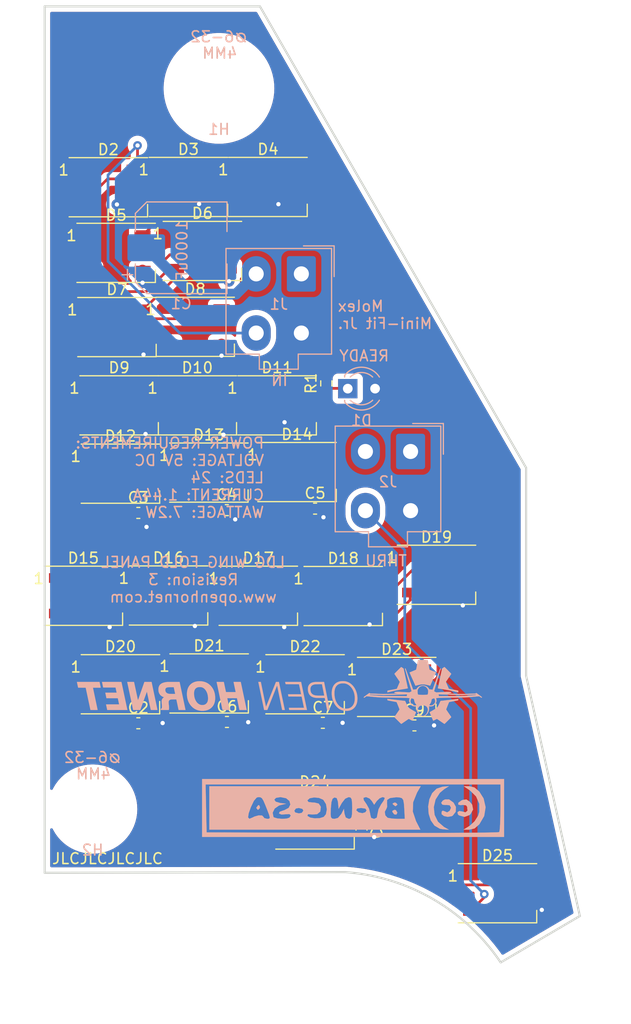
<source format=kicad_pcb>
(kicad_pcb (version 20211014) (generator pcbnew)
  (title_block (title "LDG WING FOLD PLACARD") (date "2023-02-10") (rev "3"))
  (layers (0 "F.Cu" signal) (31 "B.Cu" signal) (34 "B.Paste" user) (35 "F.Paste" user) (36 "B.SilkS" user "B.Silkscreen") (37 "F.SilkS" user "F.Silkscreen") (38 "B.Mask" user) (39 "F.Mask" user) (44 "Edge.Cuts" user))
  (net 0 "")
  (net 1 "/LEDGND")
  (net 2 "/LED+5V")
  (net 3 "Net-(D1-Pad1)")
  (net 4 "Net-(D2-Pad2)")
  (net 5 "/DATAIN")
  (net 6 "Net-(D3-Pad2)")
  (net 7 "Net-(D4-Pad2)")
  (net 8 "Net-(D5-Pad2)")
  (net 9 "Net-(D6-Pad2)")
  (net 10 "Net-(D7-Pad2)")
  (net 11 "Net-(D8-Pad2)")
  (net 12 "Net-(D10-Pad4)")
  (net 13 "Net-(D10-Pad2)")
  (net 14 "Net-(D11-Pad2)")
  (net 15 "/DATAOUT")
  (net 16 "Net-(D12-Pad2)")
  (net 17 "Net-(D13-Pad2)")
  (net 18 "Net-(D14-Pad2)")
  (net 19 "Net-(D15-Pad2)")
  (net 20 "Net-(D16-Pad2)")
  (net 21 "Net-(D17-Pad2)")
  (net 22 "Net-(D18-Pad2)")
  (net 23 "Net-(D19-Pad2)")
  (net 24 "Net-(D20-Pad2)")
  (net 25 "Net-(D21-Pad2)")
  (net 26 "Net-(D22-Pad2)")
  (net 27 "Net-(D23-Pad2)")
  (net 28 "Net-(D24-Pad2)")
  (footprint "OH_Footprints:C_0603_1608Metric" (layer "F.Cu") (at 156.5375 88)
    (fp_text reference "C2" (at 0 -1.43) (layer "F.SilkS"))
    (fp_text value "C")
    (pad "1" smd roundrect (at -0.775 0) (size 0.9 0.95) (layers "F.Cu" "F.Paste" "F.Mask") (net 2 "/LED+5V"))
    (pad "2" smd roundrect (at 0.775 0) (size 0.9 0.95) (layers "F.Cu" "F.Paste" "F.Mask") (net 1 "/LEDGND"))
  )
  (footprint "OH_Footprints:C_0603_1608Metric" (layer "F.Cu") (at 156.5375 68.45)
    (fp_text reference "C3" (at 0 -1.43) (layer "F.SilkS"))
    (fp_text value "C")
    (pad "1" smd roundrect (at -0.775 0) (size 0.9 0.95) (layers "F.Cu" "F.Paste" "F.Mask") (net 2 "/LED+5V"))
    (pad "2" smd roundrect (at 0.775 0) (size 0.9 0.95) (layers "F.Cu" "F.Paste" "F.Mask") (net 1 "/LEDGND"))
  )
  (footprint "OH_Footprints:C_0603_1608Metric" (layer "F.Cu") (at 164.7725 68.19)
    (fp_text reference "C4" (at 0 -1.43) (layer "F.SilkS"))
    (fp_text value "C")
    (pad "1" smd roundrect (at -0.775 0) (size 0.9 0.95) (layers "F.Cu" "F.Paste" "F.Mask") (net 2 "/LED+5V"))
    (pad "2" smd roundrect (at 0.775 0) (size 0.9 0.95) (layers "F.Cu" "F.Paste" "F.Mask") (net 1 "/LEDGND"))
  )
  (footprint "OH_Footprints:C_0603_1608Metric" (layer "F.Cu") (at 172.9825 68.05)
    (fp_text reference "C5" (at 0 -1.43) (layer "F.SilkS"))
    (fp_text value "C")
    (pad "1" smd roundrect (at -0.775 0) (size 0.9 0.95) (layers "F.Cu" "F.Paste" "F.Mask") (net 2 "/LED+5V"))
    (pad "2" smd roundrect (at 0.775 0) (size 0.9 0.95) (layers "F.Cu" "F.Paste" "F.Mask") (net 1 "/LEDGND"))
  )
  (footprint "OH_Footprints:C_0603_1608Metric" (layer "F.Cu") (at 164.7825 87.88)
    (fp_text reference "C6" (at 0 -1.43) (layer "F.SilkS"))
    (fp_text value "C")
    (pad "1" smd roundrect (at -0.775 0) (size 0.9 0.95) (layers "F.Cu" "F.Paste" "F.Mask") (net 2 "/LED+5V"))
    (pad "2" smd roundrect (at 0.775 0) (size 0.9 0.95) (layers "F.Cu" "F.Paste" "F.Mask") (net 1 "/LEDGND"))
  )
  (footprint "OH_Footprints:C_0603_1608Metric" (layer "F.Cu") (at 173.7025 87.96)
    (fp_text reference "C7" (at 0 -1.43) (layer "F.SilkS"))
    (fp_text value "C")
    (pad "1" smd roundrect (at -0.775 0) (size 0.9 0.95) (layers "F.Cu" "F.Paste" "F.Mask") (net 2 "/LED+5V"))
    (pad "2" smd roundrect (at 0.775 0) (size 0.9 0.95) (layers "F.Cu" "F.Paste" "F.Mask") (net 1 "/LEDGND"))
  )
  (footprint "OH_Footprints:C_0603_1608Metric" (layer "F.Cu") (at 177.3 97.79 -90)
    (fp_text reference "C8" (at 0 -1.43 -90) (layer "F.SilkS"))
    (fp_text value "C")
    (pad "1" smd roundrect (at -0.775 0 270) (size 0.9 0.95) (layers "F.Cu" "F.Paste" "F.Mask") (net 2 "/LED+5V"))
    (pad "2" smd roundrect (at 0.775 0 270) (size 0.9 0.95) (layers "F.Cu" "F.Paste" "F.Mask") (net 1 "/LEDGND"))
  )
  (footprint "OH_Footprints:C_0603_1608Metric" (layer "F.Cu") (at 182.2225 88.2)
    (fp_text reference "C9" (at 0 -1.43) (layer "F.SilkS"))
    (fp_text value "C")
    (pad "1" smd roundrect (at -0.775 0) (size 0.9 0.95) (layers "F.Cu" "F.Paste" "F.Mask") (net 2 "/LED+5V"))
    (pad "2" smd roundrect (at 0.775 0) (size 0.9 0.95) (layers "F.Cu" "F.Paste" "F.Mask") (net 1 "/LEDGND"))
  )
  (footprint "OH_Footprints:LED_WS2812B_PLCC4_5.0x5.0mm_P3.2mm" (layer "F.Cu") (at 153.75 38.175)
    (fp_text reference "D2" (at 0 -3.5) (layer "F.SilkS"))
    (fp_text value "WS2812B")
    (fp_text user "1" (at -4.15 -1.6) (layer "F.SilkS"))
    (pad "1" smd rect (at -2.45 -1.65) (size 1.5 0.9) (layers "F.Cu" "F.Paste" "F.Mask") (net 2 "/LED+5V"))
    (pad "2" smd rect (at -2.45 1.65) (size 1.5 0.9) (layers "F.Cu" "F.Paste" "F.Mask") (net 4 "Net-(D2-Pad2)"))
    (pad "3" smd rect (at 2.45 1.65) (size 1.5 0.9) (layers "F.Cu" "F.Paste" "F.Mask") (net 1 "/LEDGND"))
    (pad "4" smd rect (at 2.45 -1.65) (size 1.5 0.9) (layers "F.Cu" "F.Paste" "F.Mask") (net 5 "/DATAIN"))
  )
  (footprint "OH_Footprints:LED_WS2812B_PLCC4_5.0x5.0mm_P3.2mm" (layer "F.Cu") (at 161.2 38.15)
    (fp_text reference "D3" (at 0 -3.5) (layer "F.SilkS"))
    (fp_text value "WS2812B")
    (fp_text user "1" (at -4.15 -1.6) (layer "F.SilkS"))
    (pad "1" smd rect (at -2.45 -1.65) (size 1.5 0.9) (layers "F.Cu" "F.Paste" "F.Mask") (net 2 "/LED+5V"))
    (pad "2" smd rect (at -2.45 1.65) (size 1.5 0.9) (layers "F.Cu" "F.Paste" "F.Mask") (net 6 "Net-(D3-Pad2)"))
    (pad "3" smd rect (at 2.45 1.65) (size 1.5 0.9) (layers "F.Cu" "F.Paste" "F.Mask") (net 1 "/LEDGND"))
    (pad "4" smd rect (at 2.45 -1.65) (size 1.5 0.9) (layers "F.Cu" "F.Paste" "F.Mask") (net 4 "Net-(D2-Pad2)"))
  )
  (footprint "OH_Footprints:LED_WS2812B_PLCC4_5.0x5.0mm_P3.2mm" (layer "F.Cu") (at 168.6 38.15)
    (fp_text reference "D4" (at 0 -3.5) (layer "F.SilkS"))
    (fp_text value "WS2812B")
    (fp_text user "1" (at -4.15 -1.6) (layer "F.SilkS"))
    (pad "1" smd rect (at -2.45 -1.65) (size 1.5 0.9) (layers "F.Cu" "F.Paste" "F.Mask") (net 2 "/LED+5V"))
    (pad "2" smd rect (at -2.45 1.65) (size 1.5 0.9) (layers "F.Cu" "F.Paste" "F.Mask") (net 7 "Net-(D4-Pad2)"))
    (pad "3" smd rect (at 2.45 1.65) (size 1.5 0.9) (layers "F.Cu" "F.Paste" "F.Mask") (net 1 "/LEDGND"))
    (pad "4" smd rect (at 2.45 -1.65) (size 1.5 0.9) (layers "F.Cu" "F.Paste" "F.Mask") (net 6 "Net-(D3-Pad2)"))
  )
  (footprint "OH_Footprints:LED_WS2812B_PLCC4_5.0x5.0mm_P3.2mm" (layer "F.Cu") (at 154.475 44.275)
    (fp_text reference "D5" (at 0 -3.5) (layer "F.SilkS"))
    (fp_text value "WS2812B")
    (fp_text user "1" (at -4.15 -1.6) (layer "F.SilkS"))
    (pad "1" smd rect (at -2.45 -1.65) (size 1.5 0.9) (layers "F.Cu" "F.Paste" "F.Mask") (net 2 "/LED+5V"))
    (pad "2" smd rect (at -2.45 1.65) (size 1.5 0.9) (layers "F.Cu" "F.Paste" "F.Mask") (net 8 "Net-(D5-Pad2)"))
    (pad "3" smd rect (at 2.45 1.65) (size 1.5 0.9) (layers "F.Cu" "F.Paste" "F.Mask") (net 1 "/LEDGND"))
    (pad "4" smd rect (at 2.45 -1.65) (size 1.5 0.9) (layers "F.Cu" "F.Paste" "F.Mask") (net 7 "Net-(D4-Pad2)"))
  )
  (footprint "OH_Footprints:LED_WS2812B_PLCC4_5.0x5.0mm_P3.2mm" (layer "F.Cu") (at 162.5 44.1)
    (fp_text reference "D6" (at 0 -3.5) (layer "F.SilkS"))
    (fp_text value "WS2812B")
    (fp_text user "1" (at -4.15 -1.6) (layer "F.SilkS"))
    (pad "1" smd rect (at -2.45 -1.65) (size 1.5 0.9) (layers "F.Cu" "F.Paste" "F.Mask") (net 2 "/LED+5V"))
    (pad "2" smd rect (at -2.45 1.65) (size 1.5 0.9) (layers "F.Cu" "F.Paste" "F.Mask") (net 9 "Net-(D6-Pad2)"))
    (pad "3" smd rect (at 2.45 1.65) (size 1.5 0.9) (layers "F.Cu" "F.Paste" "F.Mask") (net 1 "/LEDGND"))
    (pad "4" smd rect (at 2.45 -1.65) (size 1.5 0.9) (layers "F.Cu" "F.Paste" "F.Mask") (net 8 "Net-(D5-Pad2)"))
  )
  (footprint "OH_Footprints:LED_WS2812B_PLCC4_5.0x5.0mm_P3.2mm" (layer "F.Cu") (at 154.55 51.175)
    (fp_text reference "D7" (at 0 -3.5) (layer "F.SilkS"))
    (fp_text value "WS2812B")
    (fp_text user "1" (at -4.15 -1.6) (layer "F.SilkS"))
    (pad "1" smd rect (at -2.45 -1.65) (size 1.5 0.9) (layers "F.Cu" "F.Paste" "F.Mask") (net 2 "/LED+5V"))
    (pad "2" smd rect (at -2.45 1.65) (size 1.5 0.9) (layers "F.Cu" "F.Paste" "F.Mask") (net 10 "Net-(D7-Pad2)"))
    (pad "3" smd rect (at 2.45 1.65) (size 1.5 0.9) (layers "F.Cu" "F.Paste" "F.Mask") (net 1 "/LEDGND"))
    (pad "4" smd rect (at 2.45 -1.65) (size 1.5 0.9) (layers "F.Cu" "F.Paste" "F.Mask") (net 9 "Net-(D6-Pad2)"))
  )
  (footprint "OH_Footprints:LED_WS2812B_PLCC4_5.0x5.0mm_P3.2mm" (layer "F.Cu") (at 161.825 51.15)
    (fp_text reference "D8" (at 0 -3.5) (layer "F.SilkS"))
    (fp_text value "WS2812B")
    (fp_text user "1" (at -4.15 -1.6) (layer "F.SilkS"))
    (pad "1" smd rect (at -2.45 -1.65) (size 1.5 0.9) (layers "F.Cu" "F.Paste" "F.Mask") (net 2 "/LED+5V"))
    (pad "2" smd rect (at -2.45 1.65) (size 1.5 0.9) (layers "F.Cu" "F.Paste" "F.Mask") (net 11 "Net-(D8-Pad2)"))
    (pad "3" smd rect (at 2.45 1.65) (size 1.5 0.9) (layers "F.Cu" "F.Paste" "F.Mask") (net 1 "/LEDGND"))
    (pad "4" smd rect (at 2.45 -1.65) (size 1.5 0.9) (layers "F.Cu" "F.Paste" "F.Mask") (net 10 "Net-(D7-Pad2)"))
  )
  (footprint "OH_Footprints:LED_WS2812B_PLCC4_5.0x5.0mm_P3.2mm" (layer "F.Cu") (at 154.75 58.45)
    (fp_text reference "D9" (at 0 -3.5) (layer "F.SilkS"))
    (fp_text value "WS2812B")
    (fp_text user "1" (at -4.15 -1.6) (layer "F.SilkS"))
    (pad "1" smd rect (at -2.45 -1.65) (size 1.5 0.9) (layers "F.Cu" "F.Paste" "F.Mask") (net 2 "/LED+5V"))
    (pad "2" smd rect (at -2.45 1.65) (size 1.5 0.9) (layers "F.Cu" "F.Paste" "F.Mask") (net 12 "Net-(D10-Pad4)"))
    (pad "3" smd rect (at 2.45 1.65) (size 1.5 0.9) (layers "F.Cu" "F.Paste" "F.Mask") (net 1 "/LEDGND"))
    (pad "4" smd rect (at 2.45 -1.65) (size 1.5 0.9) (layers "F.Cu" "F.Paste" "F.Mask") (net 11 "Net-(D8-Pad2)"))
  )
  (footprint "OH_Footprints:LED_WS2812B_PLCC4_5.0x5.0mm_P3.2mm" (layer "F.Cu") (at 162.025 58.45)
    (fp_text reference "D10" (at 0 -3.5) (layer "F.SilkS"))
    (fp_text value "WS2812B")
    (fp_text user "1" (at -4.15 -1.6) (layer "F.SilkS"))
    (pad "1" smd rect (at -2.45 -1.65) (size 1.5 0.9) (layers "F.Cu" "F.Paste" "F.Mask") (net 2 "/LED+5V"))
    (pad "2" smd rect (at -2.45 1.65) (size 1.5 0.9) (layers "F.Cu" "F.Paste" "F.Mask") (net 13 "Net-(D10-Pad2)"))
    (pad "3" smd rect (at 2.45 1.65) (size 1.5 0.9) (layers "F.Cu" "F.Paste" "F.Mask") (net 1 "/LEDGND"))
    (pad "4" smd rect (at 2.45 -1.65) (size 1.5 0.9) (layers "F.Cu" "F.Paste" "F.Mask") (net 12 "Net-(D10-Pad4)"))
  )
  (footprint "OH_Footprints:LED_WS2812B_PLCC4_5.0x5.0mm_P3.2mm" (layer "F.Cu") (at 169.45 58.45)
    (fp_text reference "D11" (at 0 -3.5) (layer "F.SilkS"))
    (fp_text value "WS2812B")
    (fp_text user "1" (at -4.15 -1.6) (layer "F.SilkS"))
    (pad "1" smd rect (at -2.45 -1.65) (size 1.5 0.9) (layers "F.Cu" "F.Paste" "F.Mask") (net 2 "/LED+5V"))
    (pad "2" smd rect (at -2.45 1.65) (size 1.5 0.9) (layers "F.Cu" "F.Paste" "F.Mask") (net 14 "Net-(D11-Pad2)"))
    (pad "3" smd rect (at 2.45 1.65) (size 1.5 0.9) (layers "F.Cu" "F.Paste" "F.Mask") (net 1 "/LEDGND"))
    (pad "4" smd rect (at 2.45 -1.65) (size 1.5 0.9) (layers "F.Cu" "F.Paste" "F.Mask") (net 13 "Net-(D10-Pad2)"))
  )
  (footprint "OH_Footprints:LED_WS2812B_PLCC4_5.0x5.0mm_P3.2mm" (layer "F.Cu") (at 154.875 64.8)
    (fp_text reference "D12" (at 0 -3.5) (layer "F.SilkS"))
    (fp_text value "WS2812B")
    (fp_text user "1" (at -4.15 -1.6) (layer "F.SilkS"))
    (pad "1" smd rect (at -2.45 -1.65) (size 1.5 0.9) (layers "F.Cu" "F.Paste" "F.Mask") (net 2 "/LED+5V"))
    (pad "2" smd rect (at -2.45 1.65) (size 1.5 0.9) (layers "F.Cu" "F.Paste" "F.Mask") (net 16 "Net-(D12-Pad2)"))
    (pad "3" smd rect (at 2.45 1.65) (size 1.5 0.9) (layers "F.Cu" "F.Paste" "F.Mask") (net 1 "/LEDGND"))
    (pad "4" smd rect (at 2.45 -1.65) (size 1.5 0.9) (layers "F.Cu" "F.Paste" "F.Mask") (net 14 "Net-(D11-Pad2)"))
  )
  (footprint "OH_Footprints:R_0603_1608Metric" (layer "F.Cu") (at 174.03 56.4075 90)
    (fp_text reference "R1" (at 0 -1.43 90) (layer "F.SilkS"))
    (fp_text value "R")
    (pad "1" smd roundrect (at -0.825 0 90) (size 0.8 0.95) (layers "F.Cu" "F.Paste" "F.Mask") (net 3 "Net-(D1-Pad1)"))
    (pad "2" smd roundrect (at 0.825 0 90) (size 0.8 0.95) (layers "F.Cu" "F.Paste" "F.Mask") (net 2 "/LED+5V"))
  )
  (footprint "OH_Footprints:LED_WS2812B_PLCC4_5.0x5.0mm_P3.2mm" (layer "F.Cu") (at 163.1 64.7)
    (fp_text reference "D13" (at 0 -3.5) (layer "F.SilkS"))
    (fp_text value "WS2812B")
    (fp_text user "1" (at -4.15 -1.6) (layer "F.SilkS"))
    (pad "1" smd rect (at -2.45 -1.65) (size 1.5 0.9) (layers "F.Cu" "F.Paste" "F.Mask") (net 2 "/LED+5V"))
    (pad "2" smd rect (at -2.45 1.65) (size 1.5 0.9) (layers "F.Cu" "F.Paste" "F.Mask") (net 17 "Net-(D13-Pad2)"))
    (pad "3" smd rect (at 2.45 1.65) (size 1.5 0.9) (layers "F.Cu" "F.Paste" "F.Mask") (net 1 "/LEDGND"))
    (pad "4" smd rect (at 2.45 -1.65) (size 1.5 0.9) (layers "F.Cu" "F.Paste" "F.Mask") (net 16 "Net-(D12-Pad2)"))
  )
  (footprint "OH_Footprints:LED_WS2812B_PLCC4_5.0x5.0mm_P3.2mm" (layer "F.Cu") (at 171.3 64.65)
    (fp_text reference "D14" (at 0 -3.5) (layer "F.SilkS"))
    (fp_text value "WS2812B")
    (fp_text user "1" (at -4.15 -1.6) (layer "F.SilkS"))
    (pad "1" smd rect (at -2.45 -1.65) (size 1.5 0.9) (layers "F.Cu" "F.Paste" "F.Mask") (net 2 "/LED+5V"))
    (pad "2" smd rect (at -2.45 1.65) (size 1.5 0.9) (layers "F.Cu" "F.Paste" "F.Mask") (net 18 "Net-(D14-Pad2)"))
    (pad "3" smd rect (at 2.45 1.65) (size 1.5 0.9) (layers "F.Cu" "F.Paste" "F.Mask") (net 1 "/LEDGND"))
    (pad "4" smd rect (at 2.45 -1.65) (size 1.5 0.9) (layers "F.Cu" "F.Paste" "F.Mask") (net 17 "Net-(D13-Pad2)"))
  )
  (footprint "OH_Footprints:LED_WS2812B_PLCC4_5.0x5.0mm_P3.2mm" (layer "F.Cu") (at 151.425 76.15)
    (fp_text reference "D15" (at 0 -3.5) (layer "F.SilkS"))
    (fp_text value "WS2812B")
    (fp_text user "1" (at -4.15 -1.6) (layer "F.SilkS"))
    (pad "1" smd rect (at -2.45 -1.65) (size 1.5 0.9) (layers "F.Cu" "F.Paste" "F.Mask") (net 2 "/LED+5V"))
    (pad "2" smd rect (at -2.45 1.65) (size 1.5 0.9) (layers "F.Cu" "F.Paste" "F.Mask") (net 19 "Net-(D15-Pad2)"))
    (pad "3" smd rect (at 2.45 1.65) (size 1.5 0.9) (layers "F.Cu" "F.Paste" "F.Mask") (net 1 "/LEDGND"))
    (pad "4" smd rect (at 2.45 -1.65) (size 1.5 0.9) (layers "F.Cu" "F.Paste" "F.Mask") (net 18 "Net-(D14-Pad2)"))
  )
  (footprint "OH_Footprints:LED_WS2812B_PLCC4_5.0x5.0mm_P3.2mm" (layer "F.Cu") (at 159.35 76.125)
    (fp_text reference "D16" (at 0 -3.5) (layer "F.SilkS"))
    (fp_text value "WS2812B")
    (fp_text user "1" (at -4.15 -1.6) (layer "F.SilkS"))
    (pad "1" smd rect (at -2.45 -1.65) (size 1.5 0.9) (layers "F.Cu" "F.Paste" "F.Mask") (net 2 "/LED+5V"))
    (pad "2" smd rect (at -2.45 1.65) (size 1.5 0.9) (layers "F.Cu" "F.Paste" "F.Mask") (net 20 "Net-(D16-Pad2)"))
    (pad "3" smd rect (at 2.45 1.65) (size 1.5 0.9) (layers "F.Cu" "F.Paste" "F.Mask") (net 1 "/LEDGND"))
    (pad "4" smd rect (at 2.45 -1.65) (size 1.5 0.9) (layers "F.Cu" "F.Paste" "F.Mask") (net 19 "Net-(D15-Pad2)"))
  )
  (footprint "OH_Footprints:LED_WS2812B_PLCC4_5.0x5.0mm_P3.2mm" (layer "F.Cu") (at 167.7 76.15)
    (fp_text reference "D17" (at 0 -3.5) (layer "F.SilkS"))
    (fp_text value "WS2812B")
    (fp_text user "1" (at -4.15 -1.6) (layer "F.SilkS"))
    (pad "1" smd rect (at -2.45 -1.65) (size 1.5 0.9) (layers "F.Cu" "F.Paste" "F.Mask") (net 2 "/LED+5V"))
    (pad "2" smd rect (at -2.45 1.65) (size 1.5 0.9) (layers "F.Cu" "F.Paste" "F.Mask") (net 21 "Net-(D17-Pad2)"))
    (pad "3" smd rect (at 2.45 1.65) (size 1.5 0.9) (layers "F.Cu" "F.Paste" "F.Mask") (net 1 "/LEDGND"))
    (pad "4" smd rect (at 2.45 -1.65) (size 1.5 0.9) (layers "F.Cu" "F.Paste" "F.Mask") (net 20 "Net-(D16-Pad2)"))
  )
  (footprint "OH_Footprints:LED_WS2812B_PLCC4_5.0x5.0mm_P3.2mm" (layer "F.Cu") (at 175.6 76.175)
    (fp_text reference "D18" (at 0 -3.5) (layer "F.SilkS"))
    (fp_text value "WS2812B")
    (fp_text user "1" (at -4.15 -1.6) (layer "F.SilkS"))
    (pad "1" smd rect (at -2.45 -1.65) (size 1.5 0.9) (layers "F.Cu" "F.Paste" "F.Mask") (net 2 "/LED+5V"))
    (pad "2" smd rect (at -2.45 1.65) (size 1.5 0.9) (layers "F.Cu" "F.Paste" "F.Mask") (net 22 "Net-(D18-Pad2)"))
    (pad "3" smd rect (at 2.45 1.65) (size 1.5 0.9) (layers "F.Cu" "F.Paste" "F.Mask") (net 1 "/LEDGND"))
    (pad "4" smd rect (at 2.45 -1.65) (size 1.5 0.9) (layers "F.Cu" "F.Paste" "F.Mask") (net 21 "Net-(D17-Pad2)"))
  )
  (footprint "OH_Footprints:LED_WS2812B_PLCC4_5.0x5.0mm_P3.2mm" (layer "F.Cu") (at 184.275 74.2)
    (fp_text reference "D19" (at 0 -3.5) (layer "F.SilkS"))
    (fp_text value "WS2812B")
    (fp_text user "1" (at -4.15 -1.6) (layer "F.SilkS"))
    (pad "1" smd rect (at -2.45 -1.65) (size 1.5 0.9) (layers "F.Cu" "F.Paste" "F.Mask") (net 2 "/LED+5V"))
    (pad "2" smd rect (at -2.45 1.65) (size 1.5 0.9) (layers "F.Cu" "F.Paste" "F.Mask") (net 23 "Net-(D19-Pad2)"))
    (pad "3" smd rect (at 2.45 1.65) (size 1.5 0.9) (layers "F.Cu" "F.Paste" "F.Mask") (net 1 "/LEDGND"))
    (pad "4" smd rect (at 2.45 -1.65) (size 1.5 0.9) (layers "F.Cu" "F.Paste" "F.Mask") (net 22 "Net-(D18-Pad2)"))
  )
  (footprint "OH_Footprints:LED_WS2812B_PLCC4_5.0x5.0mm_P3.2mm" (layer "F.Cu") (at 154.875 84.375)
    (fp_text reference "D20" (at 0 -3.5) (layer "F.SilkS"))
    (fp_text value "WS2812B")
    (fp_text user "1" (at -4.15 -1.6) (layer "F.SilkS"))
    (pad "1" smd rect (at -2.45 -1.65) (size 1.5 0.9) (layers "F.Cu" "F.Paste" "F.Mask") (net 2 "/LED+5V"))
    (pad "2" smd rect (at -2.45 1.65) (size 1.5 0.9) (layers "F.Cu" "F.Paste" "F.Mask") (net 24 "Net-(D20-Pad2)"))
    (pad "3" smd rect (at 2.45 1.65) (size 1.5 0.9) (layers "F.Cu" "F.Paste" "F.Mask") (net 1 "/LEDGND"))
    (pad "4" smd rect (at 2.45 -1.65) (size 1.5 0.9) (layers "F.Cu" "F.Paste" "F.Mask") (net 23 "Net-(D19-Pad2)"))
  )
  (footprint "OH_Footprints:LED_WS2812B_PLCC4_5.0x5.0mm_P3.2mm" (layer "F.Cu") (at 163.125 84.3)
    (fp_text reference "D21" (at 0 -3.5) (layer "F.SilkS"))
    (fp_text value "WS2812B")
    (fp_text user "1" (at -4.15 -1.6) (layer "F.SilkS"))
    (pad "1" smd rect (at -2.45 -1.65) (size 1.5 0.9) (layers "F.Cu" "F.Paste" "F.Mask") (net 2 "/LED+5V"))
    (pad "2" smd rect (at -2.45 1.65) (size 1.5 0.9) (layers "F.Cu" "F.Paste" "F.Mask") (net 25 "Net-(D21-Pad2)"))
    (pad "3" smd rect (at 2.45 1.65) (size 1.5 0.9) (layers "F.Cu" "F.Paste" "F.Mask") (net 1 "/LEDGND"))
    (pad "4" smd rect (at 2.45 -1.65) (size 1.5 0.9) (layers "F.Cu" "F.Paste" "F.Mask") (net 24 "Net-(D20-Pad2)"))
  )
  (footprint "OH_Footprints:LED_WS2812B_PLCC4_5.0x5.0mm_P3.2mm" (layer "F.Cu") (at 172.05 84.375)
    (fp_text reference "D22" (at 0 -3.5) (layer "F.SilkS"))
    (fp_text value "WS2812B")
    (fp_text user "1" (at -4.15 -1.6) (layer "F.SilkS"))
    (pad "1" smd rect (at -2.45 -1.65) (size 1.5 0.9) (layers "F.Cu" "F.Paste" "F.Mask") (net 2 "/LED+5V"))
    (pad "2" smd rect (at -2.45 1.65) (size 1.5 0.9) (layers "F.Cu" "F.Paste" "F.Mask") (net 26 "Net-(D22-Pad2)"))
    (pad "3" smd rect (at 2.45 1.65) (size 1.5 0.9) (layers "F.Cu" "F.Paste" "F.Mask") (net 1 "/LEDGND"))
    (pad "4" smd rect (at 2.45 -1.65) (size 1.5 0.9) (layers "F.Cu" "F.Paste" "F.Mask") (net 25 "Net-(D21-Pad2)"))
  )
  (footprint "OH_Footprints:LED_WS2812B_PLCC4_5.0x5.0mm_P3.2mm" (layer "F.Cu") (at 189.95 103.8)
    (fp_text reference "D25" (at 0 -3.5) (layer "F.SilkS"))
    (fp_text value "WS2812B")
    (fp_text user "1" (at -4.15 -1.6) (layer "F.SilkS"))
    (pad "1" smd rect (at -2.45 -1.65) (size 1.5 0.9) (layers "F.Cu" "F.Paste" "F.Mask") (net 2 "/LED+5V"))
    (pad "2" smd rect (at -2.45 1.65) (size 1.5 0.9) (layers "F.Cu" "F.Paste" "F.Mask") (net 15 "/DATAOUT"))
    (pad "3" smd rect (at 2.45 1.65) (size 1.5 0.9) (layers "F.Cu" "F.Paste" "F.Mask") (net 1 "/LEDGND"))
    (pad "4" smd rect (at 2.45 -1.65) (size 1.5 0.9) (layers "F.Cu" "F.Paste" "F.Mask") (net 28 "Net-(D24-Pad2)"))
  )
  (footprint "OH_Footprints:LED_WS2812B_PLCC4_5.0x5.0mm_P3.2mm" (layer "F.Cu") (at 180.575 84.625)
    (fp_text reference "D23" (at 0 -3.5) (layer "F.SilkS"))
    (fp_text value "WS2812B")
    (fp_text user "1" (at -4.15 -1.6) (layer "F.SilkS"))
    (pad "1" smd rect (at -2.45 -1.65) (size 1.5 0.9) (layers "F.Cu" "F.Paste" "F.Mask") (net 2 "/LED+5V"))
    (pad "2" smd rect (at -2.45 1.65) (size 1.5 0.9) (layers "F.Cu" "F.Paste" "F.Mask") (net 27 "Net-(D23-Pad2)"))
    (pad "3" smd rect (at 2.45 1.65) (size 1.5 0.9) (layers "F.Cu" "F.Paste" "F.Mask") (net 1 "/LEDGND"))
    (pad "4" smd rect (at 2.45 -1.65) (size 1.5 0.9) (layers "F.Cu" "F.Paste" "F.Mask") (net 26 "Net-(D22-Pad2)"))
  )
  (footprint "OH_Footprints:LED_WS2812B_PLCC4_5.0x5.0mm_P3.2mm" (layer "F.Cu") (at 172.975 96.95)
    (fp_text reference "D24" (at 0 -3.5) (layer "F.SilkS"))
    (fp_text value "WS2812B")
    (fp_text user "1" (at -4.15 -1.6) (layer "F.SilkS"))
    (pad "1" smd rect (at -2.45 -1.65) (size 1.5 0.9) (layers "F.Cu" "F.Paste" "F.Mask") (net 2 "/LED+5V"))
    (pad "2" smd rect (at -2.45 1.65) (size 1.5 0.9) (layers "F.Cu" "F.Paste" "F.Mask") (net 28 "Net-(D24-Pad2)"))
    (pad "3" smd rect (at 2.45 1.65) (size 1.5 0.9) (layers "F.Cu" "F.Paste" "F.Mask") (net 1 "/LEDGND"))
    (pad "4" smd rect (at 2.45 -1.65) (size 1.5 0.9) (layers "F.Cu" "F.Paste" "F.Mask") (net 27 "Net-(D23-Pad2)"))
  )
  (footprint "OH_Backlighting:OH_Panel_6-32_PHS" (layer "F.Cu") (at 152.291948 95.977061)
    (fp_text reference "REF**" hide)
    (fp_text value "OH_Panel_Fastner_Keepout" hide)
    (fp_text user "4MM" (at 0.075 -3.275 180) (layer "B.SilkS") (effects (justify mirror)))
    (fp_text user "⌀6-32" (at 0 -4.8) (layer "B.SilkS") (effects (justify mirror)))
    (fp_text user "H2" (at 0 3.81) (layer "B.SilkS") (effects (justify mirror)))
    (pad "" np_thru_hole circle locked (at 0 0) (size 4.3 4.3) (drill 4.3) (layers *.Cu *.Mask) (clearance 2))
  )
  (footprint "OH_Backlighting:OH_Panel_6-32_PHS" (layer "F.Cu") (at 164.039448 28.984561)
    (fp_text reference "REF**" hide)
    (fp_text value "OH_Panel_Fastner_Keepout" hide)
    (fp_text user "H1" (at 0 3.81) (layer "B.SilkS") (effects (justify mirror)))
    (fp_text user "⌀6-32" (at 0 -4.8) (layer "B.SilkS") (effects (justify mirror)))
    (fp_text user "4MM" (at 0.075 -3.275 180) (layer "B.SilkS") (effects (justify mirror)))
    (pad "" np_thru_hole circle locked (at 0 0) (size 4.3 4.3) (drill 4.3) (layers *.Cu *.Mask) (clearance 3))
  )
  (footprint "OH_Footprints:CP_Elec_8x10" (layer "B.Cu") (at 160.525 43.8)
    (fp_text reference "C1" (at 0 5.2 180) (layer "B.SilkS") (effects (justify mirror)))
    (fp_text value "C_Polarized")
    (pad "1" smd roundrect (at -3.25 0) (size 3.5 2.5) (layers "B.Cu" "B.Paste" "B.Mask") (roundrect_rratio 0.1) (net 2 "/LED+5V"))
    (pad "2" smd roundrect (at 3.25 0) (size 3.5 2.5) (layers "B.Cu" "B.Paste" "B.Mask") (roundrect_rratio 0.1) (net 1 "/LEDGND"))
  )
  (footprint "OH_Footprints:LED_D3.0mm" (layer "B.Cu") (at 176.022 56.896)
    (fp_text reference "D1" (at 1.27 2.96 180) (layer "B.SilkS") (effects (justify mirror)))
    (fp_text value "LED")
    (pad "1" thru_hole rect (at 0 0) (size 1.8 1.8) (drill 0.9) (layers *.Cu *.Mask) (net 3 "Net-(D1-Pad1)"))
    (pad "2" thru_hole circle (at 2.54 0) (size 1.8 1.8) (drill 0.9) (layers *.Cu *.Mask) (net 1 "/LEDGND"))
  )
  (footprint "OH_Footprints:Molex_Mini-Fit_Jr_5566-04A_2x02_P4.20mm_Vertical" (layer "B.Cu") (at 171.704 46.228 180)
    (fp_text reference "J1" (at 2.1 -2.820624) (layer "B.SilkS") (effects (justify mirror)))
    (fp_text value "Conn_01x04_Female")
    (pad "1" thru_hole roundrect (at 0 0 180) (size 2.7 3.3) (drill 1.4) (layers *.Cu *.Mask) (roundrect_rratio 0.09259296296) (net 2 "/LED+5V"))
    (pad "2" thru_hole oval (at 4.2 0 180) (size 2.7 3.3) (drill 1.4) (layers *.Cu *.Mask) (net 2 "/LED+5V"))
    (pad "3" thru_hole oval (at 0 -5.5 180) (size 2.7 3.3) (drill 1.4) (layers *.Cu *.Mask) (net 1 "/LEDGND"))
    (pad "4" thru_hole oval (at 4.2 -5.5 180) (size 2.7 3.3) (drill 1.4) (layers *.Cu *.Mask) (net 5 "/DATAIN"))
  )
  (footprint "OH_Footprints:Molex_Mini-Fit_Jr_5566-04A_2x02_P4.20mm_Vertical" (layer "B.Cu") (at 181.864 62.738 180)
    (fp_text reference "J2" (at 2.1 -2.820624) (layer "B.SilkS") (effects (justify mirror)))
    (fp_text value "Conn_01x04_Female")
    (pad "1" thru_hole roundrect (at 0 0 180) (size 2.7 3.3) (drill 1.4) (layers *.Cu *.Mask) (roundrect_rratio 0.09259296296) (net 2 "/LED+5V"))
    (pad "2" thru_hole oval (at 4.2 0 180) (size 2.7 3.3) (drill 1.4) (layers *.Cu *.Mask) (net 2 "/LED+5V"))
    (pad "3" thru_hole oval (at 0 -5.5 180) (size 2.7 3.3) (drill 1.4) (layers *.Cu *.Mask) (net 1 "/LEDGND"))
    (pad "4" thru_hole oval (at 4.2 -5.5 180) (size 2.7 3.3) (drill 1.4) (layers *.Cu *.Mask) (net 15 "/DATAOUT"))
  )
  (footprint "OH_General:CC-BY-NC-SA-Small" (layer "B.Cu") (at 176.6 95.875 180)
    (fp_text reference "G***" hide)
    (fp_text value "LOGO" hide)
  )
  (footprint "OH_General:OH_LOGO_37.7mm_5.9mm" (layer "B.Cu") (at 169.672 85.09 180)
    (fp_text reference "G***" hide)
    (fp_text value "LOGO" hide)
  )
  (gr_line (start 147.828 101.901758) (end 175.768006 101.837421) (layer "Edge.Cuts") (width 0.2))
  (gr_line (start 192.614486 83.594538) (end 192.614486 64.258791) (layer "Edge.Cuts") (width 0.2))
  (gr_line (start 167.849472 21.364547) (end 147.828 21.364547) (layer "Edge.Cuts") (width 0.2))
  (gr_line (start 190.246 110.236) (end 197.612 105.918) (layer "Edge.Cuts") (width 0.2))
  (gr_line (start 197.612 105.918) (end 192.614486 83.594538) (layer "Edge.Cuts") (width 0.2))
  (gr_line (start 147.828 21.364547) (end 147.828 101.901758) (layer "Edge.Cuts") (width 0.2))
  (gr_arc (start 175.768006 101.837421) (mid 183.978791 104.361481) (end 190.246 110.236) (layer "Edge.Cuts") (width 0.2))
  (gr_line (start 192.614486 64.258791) (end 167.849472 21.364547) (layer "Edge.Cuts") (width 0.2))
  (gr_text "POWER REQUIREMENTS:\nVOLTAGE: 5V DC\nLEDS: 24\nCURRENT: 1.44A\nWATTAGE: 7.2W" (at 168.3258 65.1764) (layer "B.SilkS") (effects (font (size 1 1)) (justify left mirror)))
  (gr_text "READY\n" (at 177.546 53.848) (layer "B.SilkS") (effects (font (size 1 1)) (justify mirror)))
  (gr_text "Molex\nMini-Fit Jr." (at 175.006 50.038) (layer "B.SilkS") (effects (font (size 1 1)) (justify right mirror)))
  (gr_text "1000uF" (at 160.6 44.05 90) (layer "B.SilkS") (effects (font (size 1 1)) (justify mirror)))
  (gr_text "IN" (at 169.672 56.134) (layer "B.SilkS") (effects (font (size 1 1)) (justify mirror)))
  (gr_text "LDG WING FOLD PANEL\nRevision: 3\nwww.openhornet.com" (at 161.6456 74.6506) (layer "B.SilkS") (effects (font (size 1 1)) (justify mirror)))
  (gr_text "THRU" (at 179.578 72.898) (layer "B.SilkS") (effects (font (size 1 1)) (justify mirror)))
  (gr_text "JLCJLCJLCJLC" (at 153.67 100.584) (layer "F.SilkS") (effects (font (size 1 1))))
  (segment (start 157.3 69.75) (end 157.325 69.7) (width 1) (layer "F.Cu") (net 1))
  (segment (start 165.55 69.05) (end 165.55 69.05) (width 1) (layer "F.Cu") (net 1))
  (segment (start 173.76 68.85) (end 173.75 68.84) (width 1) (layer "F.Cu") (net 1))
  (segment (start 158.8 87.98) (end 158.81 88) (width 1) (layer "F.Cu") (net 1))
  (segment (start 178.48 98.58) (end 178.4775 98.5775) (width 1) (layer "F.Cu") (net 1))
  (segment (start 166.76 87.9) (end 166.74 87.88) (width 1) (layer "F.Cu") (net 1))
  (segment (start 175.54 87.96) (end 175.54 87.96) (width 1) (layer "F.Cu") (net 1))
  (segment (start 184.05 88.2) (end 184.05 88.2) (width 1) (layer "F.Cu") (net 1))
  (segment (start 154.545 39.775) (end 154.545 39.775) (width 1) (layer "F.Cu") (net 1))
  (segment (start 162.19 39.73) (end 162.21 39.75) (width 1) (layer "F.Cu") (net 1))
  (segment (start 169.57 39.75) (end 169.57 39.75) (width 1) (layer "F.Cu") (net 1))
  (segment (start 156.93 47.05) (end 156.925 47.045) (width 1) (layer "F.Cu") (net 1))
  (segment (start 164.98 46.91) (end 164.95 46.88) (width 1) (layer "F.Cu") (net 1))
  (segment (start 157.02 53.73) (end 157 53.71) (width 1) (layer "F.Cu") (net 1))
  (segment (start 164.28 53.83) (end 164.275 53.825) (width 1) (layer "F.Cu") (net 1))
  (segment (start 157.21 61.11) (end 157.2 61.1) (width 1) (layer "F.Cu") (net 1))
  (segment (start 164.46 61.18) (end 164.475 61.165) (width 1) (layer "F.Cu") (net 1))
  (segment (start 153.87 79.06) (end 153.875 79.055) (width 1) (layer "F.Cu") (net 1))
  (segment (start 161.8 78.96) (end 161.8 78.96) (width 1) (layer "F.Cu") (net 1))
  (segment (start 170.11 79.06) (end 170.15 79.02) (width 1) (layer "F.Cu") (net 1))
  (segment (start 178.05 78.82) (end 178.05 78.85) (width 1) (layer "F.Cu") (net 1))
  (segment (start 186.725 77.045) (end 186.725 77.045) (width 1) (layer "F.Cu") (net 1))
  (segment (start 194.07 105.35) (end 194.01 105.4) (width 1) (layer "F.Cu") (net 1))
  (segment (start 170.14 60.02) (end 170.17 60.05) (width 1) (layer "F.Cu") (net 1))
  (segment (start 175.425 98.55) (end 177.2725 98.55) (width 1) (layer "F.Cu") (net 1))
  (segment (start 174.5 87.95) (end 174.49 87.96) (width 1) (layer "F.Cu") (net 1))
  (segment (start 183.025 88.185) (end 183.01 88.2) (width 1) (layer "F.Cu") (net 1))
  (segment (start 171.05 39.75) (end 169.57 39.75) (width 1) (layer "F.Cu") (net 1))
  (segment (start 157.2 60.05) (end 157.21 61.11) (width 1) (layer "F.Cu") (net 1))
  (segment (start 178.05 77.775) (end 178.05 78.82) (width 1) (layer "F.Cu") (net 1))
  (segment (start 157.325 68.45) (end 157.3 69.75) (width 1) (layer "F.Cu") (net 1))
  (segment (start 192.4 105.4) (end 194.07 105.35) (width 1) (layer "F.Cu") (net 1))
  (segment (start 183.025 86.225) (end 183.025 88.185) (width 1) (layer "F.Cu") (net 1))
  (segment (start 157 52.775) (end 157.02 53.73) (width 1) (layer "F.Cu") (net 1))
  (segment (start 157.325 85.975) (end 157.325 88) (width 1) (layer "F.Cu") (net 1))
  (segment (start 171.9 60.05) (end 170.14 60.02) (width 1) (layer "F.Cu") (net 1))
  (segment (start 156.925 45.875) (end 156.93 47.05) (width 1) (layer "F.Cu") (net 1))
  (segment (start 177.2725 98.55) (end 177.3 98.5775) (width 1) (layer "F.Cu") (net 1))
  (segment (start 164.95 45.7) (end 164.98 46.91) (width 1) (layer "F.Cu") (net 1))
  (segment (start 165.57 87.88) (end 166.76 87.9) (width 1) (layer "F.Cu") (net 1))
  (segment (start 153.875 77.75) (end 153.87 79.06) (width 1) (layer "F.Cu") (net 1))
  (segment (start 177.3 98.5775) (end 178.48 98.58) (width 1) (layer "F.Cu") (net 1))
  (segment (start 173.75 66.25) (end 173.76 68.85) (width 1) (layer "F.Cu") (net 1))
  (segment (start 186.725 75.8) (end 186.725 77.045) (width 1) (layer "F.Cu") (net 1))
  (segment (start 161.8 77.725) (end 161.8 78.96) (width 1) (layer "F.Cu") (net 1))
  (segment (start 174.5 85.975) (end 174.5 87.95) (width 1) (layer "F.Cu") (net 1))
  (segment (start 165.575 87.875) (end 165.57 87.88) (width 1) (layer "F.Cu") (net 1))
  (segment (start 165.575 85.9) (end 165.575 87.875) (width 1) (layer "F.Cu") (net 1))
  (segment (start 157.325 88) (end 158.8 87.98) (width 1) (layer "F.Cu") (net 1))
  (segment (start 170.15 77.75) (end 170.11 79.06) (width 1) (layer "F.Cu") (net 1))
  (segment (start 183.01 88.2) (end 184.05 88.2) (width 1) (layer "F.Cu") (net 1))
  (segment (start 157.325 68.45) (end 157.325 66.4) (width 1) (layer "F.Cu") (net 1))
  (segment (start 165.55 66.3) (end 165.55 69.05) (width 1) (layer "F.Cu") (net 1))
  (segment (start 163.65 39.75) (end 162.19 39.73) (width 1) (layer "F.Cu") (net 1))
  (segment (start 156.2 39.775) (end 154.545 39.775) (width 1) (layer "F.Cu") (net 1))
  (segment (start 164.475 60.05) (end 164.46 61.18) (width 1) (layer "F.Cu") (net 1))
  (segment (start 164.275 52.75) (end 164.28 53.83) (width 1) (layer "F.Cu") (net 1))
  (segment (start 174.49 87.96) (end 175.54 87.96) (width 1) (layer "F.Cu") (net 1))
  (via (at 157.02 53.73) (size 1) (drill 0.4) (layers "F.Cu" "B.Cu") (net 1))
  (via (at 164.28 53.83) (size 1) (drill 0.4) (layers "F.Cu" "B.Cu") (net 1))
  (via (at 164.46 61.18) (size 1) (drill 0.4) (layers "F.Cu" "B.Cu") (net 1))
  (via (at 157.21 61.11) (size 1) (drill 0.4) (layers "F.Cu" "B.Cu") (net 1))
  (via (at 154.545 39.775) (size 1) (drill 0.4) (layers "F.Cu" "B.Cu") (net 1))
  (via (at 162.19 39.73) (size 1) (drill 0.4) (layers "F.Cu" "B.Cu") (net 1))
  (via (at 170.14 60.02) (size 1) (drill 0.4) (layers "F.Cu" "B.Cu") (net 1))
  (via (at 153.87 79.06) (size 1) (drill 0.4) (layers "F.Cu" "B.Cu") (net 1))
  (via (at 157.3 69.75) (size 1) (drill 0.4) (layers "F.Cu" "B.Cu") (net 1))
  (via (at 161.8 78.96) (size 1) (drill 0.4) (layers "F.Cu" "B.Cu") (net 1))
  (via (at 158.8 87.98) (size 1) (drill 0.4) (layers "F.Cu" "B.Cu") (net 1))
  (via (at 178.05 78.82) (size 1) (drill 0.4) (layers "F.Cu" "B.Cu") (net 1))
  (via (at 186.725 77.045) (size 1) (drill 0.4) (layers "F.Cu" "B.Cu") (net 1))
  (via (at 170.11 79.06) (size 1) (drill 0.4) (layers "F.Cu" "B.Cu") (net 1))
  (via (at 165.55 69.05) (size 1) (drill 0.4) (layers "F.Cu" "B.Cu") (net 1))
  (via (at 164.98 46.91) (size 1) (drill 0.4) (layers "F.Cu" "B.Cu") (net 1))
  (via (at 184.05 88.2) (size 1) (drill 0.4) (layers "F.Cu" "B.Cu") (net 1))
  (via (at 169.57 39.75) (size 1) (drill 0.4) (layers "F.Cu" "B.Cu") (net 1))
  (via (at 173.76 68.85) (size 1) (drill 0.4) (layers "F.Cu" "B.Cu") (net 1))
  (via (at 194.07 105.35) (size 1) (drill 0.4) (layers "F.Cu" "B.Cu") (net 1))
  (via (at 156.93 47.05) (size 1) (drill 0.4) (layers "F.Cu" "B.Cu") (net 1))
  (via (at 178.48 98.58) (size 1) (drill 0.4) (layers "F.Cu" "B.Cu") (net 1))
  (via (at 166.76 87.9) (size 1) (drill 0.4) (layers "F.Cu" "B.Cu") (net 1))
  (via (at 175.54 87.96) (size 1) (drill 0.4) (layers "F.Cu" "B.Cu") (net 1))
  (segment (start 157.275 43.8) (end 161.585001 48.110001) (width 1) (layer "B.Cu") (net 2))
  (segment (start 161.585001 48.110001) (end 165.621999 48.110001) (width 1) (layer "B.Cu") (net 2))
  (segment (start 165.621999 48.110001) (end 167.504 46.228) (width 1) (layer "B.Cu") (net 2))
  (segment (start 176.21 56.87) (end 174.355 56.87) (width 0.25) (layer "F.Cu") (net 3))
  (segment (start 174.355 56.87) (end 174.03 57.195) (width 0.25) (layer "F.Cu") (net 3))
  (segment (start 153.674999 37.400001) (end 162.799999 37.400001) (width 0.25) (layer "F.Cu") (net 4))
  (segment (start 151.3 39.775) (end 153.674999 37.400001) (width 0.25) (layer "F.Cu") (net 4))
  (segment (start 162.799999 37.400001) (end 163.65 36.55) (width 0.25) (layer "F.Cu") (net 4))
  (segment (start 156.464 36.311) (end 156.2 36.575) (width 0.25) (layer "F.Cu") (net 5))
  (segment (start 156.464 34.29) (end 156.464 36.311) (width 0.25) (layer "F.Cu") (net 5))
  (via (at 156.464 34.29) (size 0.8) (drill 0.4) (layers "F.Cu" "B.Cu") (net 5))
  (segment (start 156.464 34.29) (end 156.464 34.29) (width 0.25) (layer "B.Cu") (net 5))
  (segment (start 160.386998 51.728) (end 167.504 51.728) (width 0.25) (layer "B.Cu") (net 5))
  (segment (start 153.719999 37.034001) (end 153.719999 45.061001) (width 0.25) (layer "B.Cu") (net 5))
  (segment (start 156.464 34.29) (end 153.719999 37.034001) (width 0.25) (layer "B.Cu") (net 5))
  (segment (start 153.719999 45.061001) (end 160.386998 51.728) (width 0.25) (layer "B.Cu") (net 5))
  (segment (start 158.75 39.75) (end 158.75 39) (width 0.25) (layer "F.Cu") (net 6))
  (segment (start 158.75 39) (end 159.899989 37.850011) (width 0.25) (layer "F.Cu") (net 6))
  (segment (start 169.749989 37.850011) (end 171.05 36.55) (width 0.25) (layer "F.Cu") (net 6))
  (segment (start 159.899989 37.850011) (end 169.749989 37.850011) (width 0.25) (layer "F.Cu") (net 6))
  (segment (start 158.706 40.894) (end 165.006 40.894) (width 0.25) (layer "F.Cu") (net 7))
  (segment (start 165.006 40.894) (end 166.15 39.75) (width 0.25) (layer "F.Cu") (net 7))
  (segment (start 156.925 42.675) (end 158.706 40.894) (width 0.25) (layer "F.Cu") (net 7))
  (segment (start 152.025 45.875) (end 154.025009 47.875009) (width 0.25) (layer "F.Cu") (net 8))
  (segment (start 154.025009 47.875009) (end 157.271731 47.875009) (width 0.25) (layer "F.Cu") (net 8))
  (segment (start 158.974999 46.171741) (end 158.974999 44.939999) (width 0.25) (layer "F.Cu") (net 8))
  (segment (start 157.271731 47.875009) (end 158.974999 46.171741) (width 0.25) (layer "F.Cu") (net 8))
  (segment (start 159.464998 44.45) (end 163 44.45) (width 0.25) (layer "F.Cu") (net 8))
  (segment (start 163 44.45) (end 164.95 42.5) (width 0.25) (layer "F.Cu") (net 8))
  (segment (start 158.974999 44.939999) (end 159.464998 44.45) (width 0.25) (layer "F.Cu") (net 8))
  (segment (start 160.05 46.525) (end 157 49.575) (width 0.25) (layer "F.Cu") (net 9))
  (segment (start 160.05 45.7) (end 160.05 46.525) (width 0.25) (layer "F.Cu") (net 9))
  (segment (start 164.275 49.55) (end 163.424999 50.400001) (width 0.25) (layer "F.Cu") (net 10))
  (segment (start 154.474999 50.400001) (end 152.1 52.775) (width 0.25) (layer "F.Cu") (net 10))
  (segment (start 163.424999 50.400001) (end 154.474999 50.400001) (width 0.25) (layer "F.Cu") (net 10))
  (segment (start 159.375 54.675) (end 157.2 56.85) (width 0.25) (layer "F.Cu") (net 11))
  (segment (start 159.375 52.75) (end 159.375 54.675) (width 0.25) (layer "F.Cu") (net 11))
  (segment (start 154.24 58.11) (end 152.3 60.05) (width 0.25) (layer "F.Cu") (net 12))
  (segment (start 164.475 56.85) (end 163.215 58.11) (width 0.25) (layer "F.Cu") (net 12))
  (segment (start 163.215 58.11) (end 154.24 58.11) (width 0.25) (layer "F.Cu") (net 12))
  (segment (start 161.06499 58.56001) (end 159.575 60.05) (width 0.25) (layer "F.Cu") (net 13))
  (segment (start 171.9 56.85) (end 170.18999 58.56001) (width 0.25) (layer "F.Cu") (net 13))
  (segment (start 170.18999 58.56001) (end 161.06499 58.56001) (width 0.25) (layer "F.Cu") (net 13))
  (segment (start 158.519991 62.005009) (end 157.325 63.2) (width 0.25) (layer "F.Cu") (net 14))
  (segment (start 165.044991 62.005009) (end 158.519991 62.005009) (width 0.25) (layer "F.Cu") (net 14))
  (segment (start 167 60.05) (end 165.044991 62.005009) (width 0.25) (layer "F.Cu") (net 14))
  (segment (start 188.722 104.178) (end 187.5 105.4) (width 0.25) (layer "F.Cu") (net 15))
  (segment (start 188.722 103.886) (end 188.722 104.178) (width 0.25) (layer "F.Cu") (net 15))
  (via (at 188.722 103.886) (size 0.8) (drill 0.4) (layers "F.Cu" "B.Cu") (net 15))
  (segment (start 188.722 103.886) (end 188.722 103.886) (width 0.25) (layer "B.Cu") (net 15))
  (segment (start 187.452 86.614) (end 187.452 102.616) (width 0.25) (layer "B.Cu") (net 15))
  (segment (start 181.325 80.487) (end 187.452 86.614) (width 0.25) (layer "B.Cu") (net 15))
  (segment (start 181.325 71.899) (end 177.664 68.238) (width 0.25) (layer "B.Cu") (net 15))
  (segment (start 187.452 102.616) (end 188.722 103.886) (width 0.25) (layer "B.Cu") (net 15))
  (segment (start 181.325 80.487) (end 181.325 71.899) (width 0.25) (layer "B.Cu") (net 15))
  (segment (start 152.425 66.4) (end 153.350001 65.474999) (width 0.25) (layer "F.Cu") (net 16))
  (segment (start 153.350001 65.474999) (end 163.175001 65.474999) (width 0.25) (layer "F.Cu") (net 16))
  (segment (start 163.175001 65.474999) (end 165.55 63.1) (width 0.25) (layer "F.Cu") (net 16))
  (segment (start 160.65 66.3) (end 163.714998 66.3) (width 0.25) (layer "F.Cu") (net 17))
  (segment (start 166.089997 63.925001) (end 172.874999 63.925001) (width 0.25) (layer "F.Cu") (net 17))
  (segment (start 163.714998 66.3) (end 166.089997 63.925001) (width 0.25) (layer "F.Cu") (net 17))
  (segment (start 172.874999 63.925001) (end 173.75 63.05) (width 0.25) (layer "F.Cu") (net 17))
  (segment (start 168.85 67) (end 168.85 66.25) (width 0.25) (layer "F.Cu") (net 18))
  (segment (start 155.935 72.49) (end 163.36 72.49) (width 0.25) (layer "F.Cu") (net 18))
  (segment (start 163.36 72.49) (end 168.85 67) (width 0.25) (layer "F.Cu") (net 18))
  (segment (start 153.875 74.55) (end 155.935 72.49) (width 0.25) (layer "F.Cu") (net 18))
  (segment (start 149.825001 76.894999) (end 151.06 75.66) (width 0.25) (layer "F.Cu") (net 19))
  (segment (start 148.975 77.75) (end 149.825001 76.899999) (width 0.25) (layer "F.Cu") (net 19))
  (segment (start 151.06 75.66) (end 160.665 75.66) (width 0.25) (layer "F.Cu") (net 19))
  (segment (start 160.665 75.66) (end 161.8 74.525) (width 0.25) (layer "F.Cu") (net 19))
  (segment (start 149.825001 76.899999) (end 149.825001 76.894999) (width 0.25) (layer "F.Cu") (net 19))
  (segment (start 156.9 77.725) (end 156.9 76.975) (width 0.25) (layer "F.Cu") (net 20))
  (segment (start 168.58999 76.11001) (end 170.15 74.55) (width 0.25) (layer "F.Cu") (net 20))
  (segment (start 157.76499 76.11001) (end 168.58999 76.11001) (width 0.25) (layer "F.Cu") (net 20))
  (segment (start 156.9 76.975) (end 157.76499 76.11001) (width 0.25) (layer "F.Cu") (net 20))
  (segment (start 176.06498 76.56002) (end 178.05 74.575) (width 0.25) (layer "F.Cu") (net 21))
  (segment (start 165.25 77) (end 165.68998 76.56002) (width 0.25) (layer "F.Cu") (net 21))
  (segment (start 165.68998 76.56002) (end 176.06498 76.56002) (width 0.25) (layer "F.Cu") (net 21))
  (segment (start 165.25 77.75) (end 165.25 77) (width 0.25) (layer "F.Cu") (net 21))
  (segment (start 173.15 77.775) (end 176.214998 77.775) (width 0.25) (layer "F.Cu") (net 22))
  (segment (start 180.089998 75.7) (end 182.364997 73.425001) (width 0.25) (layer "F.Cu") (net 22))
  (segment (start 185.899999 73.425001) (end 186.725 72.6) (width 0.25) (layer "F.Cu") (net 22))
  (segment (start 176.214998 77.775) (end 178.289998 75.7) (width 0.25) (layer "F.Cu") (net 22))
  (segment (start 182.364997 73.425001) (end 185.899999 73.425001) (width 0.25) (layer "F.Cu") (net 22))
  (segment (start 178.289998 75.7) (end 180.089998 75.7) (width 0.25) (layer "F.Cu") (net 22))
  (segment (start 181.825 76.55) (end 178.489999 79.885001) (width 0.25) (layer "F.Cu") (net 23))
  (segment (start 160.214999 79.885001) (end 157.325 82.775) (width 0.25) (layer "F.Cu") (net 23))
  (segment (start 178.489999 79.885001) (end 160.214999 79.885001) (width 0.25) (layer "F.Cu") (net 23))
  (segment (start 181.825 75.8) (end 181.825 76.55) (width 0.25) (layer "F.Cu") (net 23))
  (segment (start 152.425 85.975) (end 152.425 85.225) (width 0.25) (layer "F.Cu") (net 24))
  (segment (start 154.049999 83.600001) (end 164.674999 83.600001) (width 0.25) (layer "F.Cu") (net 24))
  (segment (start 152.425 85.225) (end 154.049999 83.600001) (width 0.25) (layer "F.Cu") (net 24))
  (segment (start 164.674999 83.600001) (end 165.575 82.7) (width 0.25) (layer "F.Cu") (net 24))
  (segment (start 173.674999 83.600001) (end 174.5 82.775) (width 0.25) (layer "F.Cu") (net 25))
  (segment (start 160.675 85.9) (end 163.03 85.9) (width 0.25) (layer "F.Cu") (net 25))
  (segment (start 165.329999 83.600001) (end 173.674999 83.600001) (width 0.25) (layer "F.Cu") (net 25))
  (segment (start 163.03 85.9) (end 165.329999 83.600001) (width 0.25) (layer "F.Cu") (net 25))
  (segment (start 180.900001 85.149999) (end 183.025 83.025) (width 0.25) (layer "F.Cu") (net 26))
  (segment (start 169.6 85.975) (end 170.425001 85.149999) (width 0.25) (layer "F.Cu") (net 26))
  (segment (start 170.425001 85.149999) (end 180.900001 85.149999) (width 0.25) (layer "F.Cu") (net 26))
  (segment (start 178.125 92.65) (end 175.425 95.35) (width 0.25) (layer "F.Cu") (net 27))
  (segment (start 178.125 86.225) (end 178.125 92.65) (width 0.25) (layer "F.Cu") (net 27))
  (segment (start 183.134 100.33) (end 185.829001 103.025001) (width 0.25) (layer "F.Cu") (net 28))
  (segment (start 172.305 100.33) (end 183.134 100.33) (width 0.25) (layer "F.Cu") (net 28))
  (segment (start 170.525 98.55) (end 172.305 100.33) (width 0.25) (layer "F.Cu") (net 28))
  (segment (start 185.829001 103.025001) (end 191.574999 103.025001) (width 0.25) (layer "F.Cu") (net 28))
  (segment (start 191.574999 103.025001) (end 192.4 102.2) (width 0.25) (layer "F.Cu") (net 28))
  (zone (net 2) (net_name "/LED+5V") (layer "F.Cu") (connect_pads yes (clearance 0.508)) (min_thickness 0.254) (fill yes (thermal_gap 0.508) (thermal_bridge_width 0.508))
    (polygon (pts (xy 200.36 21.36) (xy 202.17 115.46) (xy 144.06 113.85) (xy 144.67 20.94)))
  )
  (zone (net 1) (net_name "/LEDGND") (layer "B.Cu") (connect_pads yes (clearance 0.508)) (min_thickness 0.254) (fill yes (thermal_gap 0.508) (thermal_bridge_width 0.508))
    (polygon (pts (xy 202.38 115.97) (xy 143.67 114.2) (xy 144.57 20.77) (xy 200.91 20.77)))
  )
)
</source>
